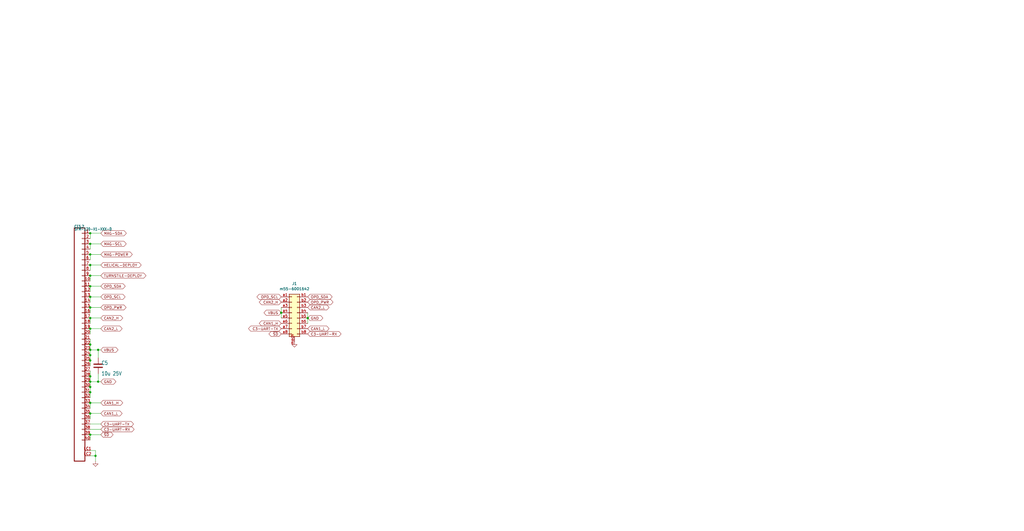
<source format=kicad_sch>
(kicad_sch (version 20211123) (generator eeschema)
  (paper "User" 490.22 254.406)
  (lib_symbols
    (symbol "Device:C" (pin_numbers hide) (pin_names (offset 0.254))
      (property "Reference" "C" (at 0.635 2.54 0))
      (property "Value" "C" (at 0.635 -2.54 0))
      (symbol "C_0_1"
        (polyline (pts (xy -2.032 -0.762) (xy 2.032 -0.762)) (stroke (width 0.508)))
        (polyline (pts (xy -2.032 0.762) (xy 2.032 0.762)) (stroke (width 0.508)))
      )
      (symbol "C_1_1"
        (pin passive line (at 0 3.81 270) (length 2.794) (name "~") (number "1"))
        (pin passive line (at 0 -3.81 90) (length 2.794) (name "~") (number "2"))
      )
    )
    (symbol "oresat-connectors:J-SAMTEC-TFM-120-01-L-D-RA" (pin_names hide)
      (property "Reference" "J" (at -2.54 53.34 0))
      (property "Value" "J-SAMTEC-TFM-120-01-L-D-RA" (at 0 -55.88 0))
      (symbol "J-SAMTEC-TFM-120-01-L-D-RA_0_1"
        (rectangle (start -2.54 50.8) (end 2.54 -60.96) (stroke (width 0.4)))
        (rectangle (start 2.413 -50.673) (end 1.143 -50.927) (stroke (width 0.1524)))
        (rectangle (start 2.413 -48.133) (end 1.143 -48.387) (stroke (width 0.1524)))
        (rectangle (start 2.413 -45.593) (end 1.143 -45.847) (stroke (width 0.1524)))
        (rectangle (start 2.413 -43.053) (end 1.143 -43.307) (stroke (width 0.1524)))
        (rectangle (start 2.413 -40.513) (end 1.143 -40.767) (stroke (width 0.1524)))
        (rectangle (start 2.413 -37.973) (end 1.143 -38.227) (stroke (width 0.1524)))
        (rectangle (start 2.413 -35.433) (end 1.143 -35.687) (stroke (width 0.1524)))
        (rectangle (start 2.413 -32.893) (end 1.143 -33.147) (stroke (width 0.1524)))
        (rectangle (start 2.413 -30.353) (end 1.143 -30.607) (stroke (width 0.1524)))
        (rectangle (start 2.413 -27.813) (end 1.143 -28.067) (stroke (width 0.1524)))
        (rectangle (start 2.413 -25.273) (end 1.143 -25.527) (stroke (width 0.1524)))
        (rectangle (start 2.413 -22.733) (end 1.143 -22.987) (stroke (width 0.1524)))
        (rectangle (start 2.413 -20.193) (end 1.143 -20.447) (stroke (width 0.1524)))
        (rectangle (start 2.413 -17.653) (end 1.143 -17.907) (stroke (width 0.1524)))
        (rectangle (start 2.413 -15.113) (end 1.143 -15.367) (stroke (width 0.1524)))
        (rectangle (start 2.413 -12.573) (end 1.143 -12.827) (stroke (width 0.1524)))
        (rectangle (start 2.413 -10.033) (end 1.143 -10.287) (stroke (width 0.1524)))
        (rectangle (start 2.413 -7.493) (end 1.143 -7.747) (stroke (width 0.1524)))
        (rectangle (start 2.413 -4.953) (end 1.143 -5.207) (stroke (width 0.1524)))
        (rectangle (start 2.413 -2.413) (end 1.143 -2.667) (stroke (width 0.1524)))
        (rectangle (start 2.413 0.127) (end 1.143 -0.127) (stroke (width 0.1524)))
        (rectangle (start 2.413 2.667) (end 1.143 2.413) (stroke (width 0.1524)))
        (rectangle (start 2.413 5.207) (end 1.143 4.953) (stroke (width 0.1524)))
        (rectangle (start 2.413 7.747) (end 1.143 7.493) (stroke (width 0.1524)))
        (rectangle (start 2.413 10.287) (end 1.143 10.033) (stroke (width 0.1524)))
        (rectangle (start 2.413 12.827) (end 1.143 12.573) (stroke (width 0.1524)))
        (rectangle (start 2.413 15.367) (end 1.143 15.113) (stroke (width 0.1524)))
        (rectangle (start 2.413 17.907) (end 1.143 17.653) (stroke (width 0.1524)))
        (rectangle (start 2.413 20.447) (end 1.143 20.193) (stroke (width 0.1524)))
        (rectangle (start 2.413 22.987) (end 1.143 22.733) (stroke (width 0.1524)))
        (rectangle (start 2.413 25.527) (end 1.143 25.273) (stroke (width 0.1524)))
        (rectangle (start 2.413 28.067) (end 1.143 27.813) (stroke (width 0.1524)))
        (rectangle (start 2.413 30.607) (end 1.143 30.353) (stroke (width 0.1524)))
        (rectangle (start 2.413 33.147) (end 1.143 32.893) (stroke (width 0.1524)))
        (rectangle (start 2.413 35.687) (end 1.143 35.433) (stroke (width 0.1524)))
        (rectangle (start 2.413 38.227) (end 1.143 37.973) (stroke (width 0.1524)))
        (rectangle (start 2.413 40.767) (end 1.143 40.513) (stroke (width 0.1524)))
        (rectangle (start 2.413 43.307) (end 1.143 43.053) (stroke (width 0.1524)))
        (rectangle (start 2.413 45.847) (end 1.143 45.593) (stroke (width 0.1524)))
        (rectangle (start 2.413 48.387) (end 1.143 48.133) (stroke (width 0.1524)))
      )
      (symbol "J-SAMTEC-TFM-120-01-L-D-RA_1_1"
        (pin passive line (at 5.08 48.26 180) (length 2.54) (name "") (number "1"))
        (pin passive line (at 5.08 25.4 180) (length 2.54) (name "") (number "10"))
        (pin passive line (at 5.08 22.86 180) (length 2.54) (name "") (number "11"))
        (pin passive line (at 5.08 20.32 180) (length 2.54) (name "") (number "12"))
        (pin passive line (at 5.08 17.78 180) (length 2.54) (name "") (number "13"))
        (pin passive line (at 5.08 15.24 180) (length 2.54) (name "") (number "14"))
        (pin passive line (at 5.08 12.7 180) (length 2.54) (name "") (number "15"))
        (pin passive line (at 5.08 10.16 180) (length 2.54) (name "") (number "16"))
        (pin passive line (at 5.08 7.62 180) (length 2.54) (name "") (number "17"))
        (pin passive line (at 5.08 5.08 180) (length 2.54) (name "") (number "18"))
        (pin passive line (at 5.08 2.54 180) (length 2.54) (name "") (number "19"))
        (pin passive line (at 5.08 45.72 180) (length 2.54) (name "") (number "2"))
        (pin passive line (at 5.08 0 180) (length 2.54) (name "") (number "20"))
        (pin passive line (at 5.08 -2.54 180) (length 2.54) (name "") (number "21"))
        (pin passive line (at 5.08 -5.08 180) (length 2.54) (name "") (number "22"))
        (pin passive line (at 5.08 -7.62 180) (length 2.54) (name "") (number "23"))
        (pin passive line (at 5.08 -10.16 180) (length 2.54) (name "") (number "24"))
        (pin passive line (at 5.08 -12.7 180) (length 2.54) (name "") (number "25"))
        (pin passive line (at 5.08 -15.24 180) (length 2.54) (name "") (number "26"))
        (pin passive line (at 5.08 -17.78 180) (length 2.54) (name "") (number "27"))
        (pin passive line (at 5.08 -20.32 180) (length 2.54) (name "") (number "28"))
        (pin passive line (at 5.08 -22.86 180) (length 2.54) (name "") (number "29"))
        (pin passive line (at 5.08 43.18 180) (length 2.54) (name "") (number "3"))
        (pin passive line (at 5.08 -25.4 180) (length 2.54) (name "") (number "30"))
        (pin passive line (at 5.08 -27.94 180) (length 2.54) (name "") (number "31"))
        (pin passive line (at 5.08 -30.48 180) (length 2.54) (name "") (number "32"))
        (pin passive line (at 5.08 -33.02 180) (length 2.54) (name "") (number "33"))
        (pin passive line (at 5.08 -35.56 180) (length 2.54) (name "") (number "34"))
        (pin passive line (at 5.08 -38.1 180) (length 2.54) (name "") (number "35"))
        (pin passive line (at 5.08 -40.64 180) (length 2.54) (name "") (number "36"))
        (pin passive line (at 5.08 -43.18 180) (length 2.54) (name "") (number "37"))
        (pin passive line (at 5.08 -45.72 180) (length 2.54) (name "") (number "38"))
        (pin passive line (at 5.08 -48.26 180) (length 2.54) (name "") (number "39"))
        (pin passive line (at 5.08 40.64 180) (length 2.54) (name "") (number "4"))
        (pin passive line (at 5.08 -50.8 180) (length 2.54) (name "") (number "40"))
        (pin passive line (at 5.08 38.1 180) (length 2.54) (name "") (number "5"))
        (pin passive line (at 5.08 35.56 180) (length 2.54) (name "") (number "6"))
        (pin passive line (at 5.08 33.02 180) (length 2.54) (name "") (number "7"))
        (pin passive line (at 5.08 30.48 180) (length 2.54) (name "") (number "8"))
        (pin passive line (at 5.08 27.94 180) (length 2.54) (name "") (number "9"))
        (pin passive line (at 5.08 -55.88 180) (length 2.54) (name "") (number "LC1"))
        (pin passive line (at 5.08 -58.42 180) (length 2.54) (name "") (number "LC2"))
      )
    )
    (symbol "oresat-connectors:m55-6001642" (pin_names hide)
      (property "Reference" "J" (at 0 0 0))
      (property "Value" "m55-6001642" (at 0 0 0))
      (symbol "m55-6001642_1_1"
        (rectangle (start -2.54 -20.193) (end -1.27 -20.447) (stroke (width 0.1524)))
        (rectangle (start -2.54 -17.653) (end -1.27 -17.907) (stroke (width 0.1524)))
        (rectangle (start -2.54 -15.113) (end -1.27 -15.367) (stroke (width 0.1524)))
        (rectangle (start -2.54 -12.573) (end -1.27 -12.827) (stroke (width 0.1524)))
        (rectangle (start -2.54 -10.033) (end -1.27 -10.287) (stroke (width 0.1524)))
        (rectangle (start -2.54 -7.493) (end -1.27 -7.747) (stroke (width 0.1524)))
        (rectangle (start -2.54 -4.953) (end -1.27 -5.207) (stroke (width 0.1524)))
        (rectangle (start -2.54 -2.413) (end -1.27 -2.667) (stroke (width 0.1524)))
        (rectangle (start -2.54 -1.27) (end 2.54 -21.59) (stroke (width 0.254)) (fill (type background)))
        (rectangle (start 2.54 -20.193) (end 1.27 -20.447) (stroke (width 0.1524)))
        (rectangle (start 2.54 -17.653) (end 1.27 -17.907) (stroke (width 0.1524)))
        (rectangle (start 2.54 -15.113) (end 1.27 -15.367) (stroke (width 0.1524)))
        (rectangle (start 2.54 -12.573) (end 1.27 -12.827) (stroke (width 0.1524)))
        (rectangle (start 2.54 -10.033) (end 1.27 -10.287) (stroke (width 0.1524)))
        (rectangle (start 2.54 -7.493) (end 1.27 -7.747) (stroke (width 0.1524)))
        (rectangle (start 2.54 -4.953) (end 1.27 -5.207) (stroke (width 0.1524)))
        (rectangle (start 2.54 -2.413) (end 1.27 -2.667) (stroke (width 0.1524)))
        (pin passive line (at -6.35 -2.54 0) (length 3.81) (name "Pin_a1") (number "a1"))
        (pin passive line (at -6.35 -5.08 0) (length 3.81) (name "Pin_a2") (number "a2"))
        (pin passive line (at -6.35 -7.62 0) (length 3.81) (name "Pin_a3") (number "a3"))
        (pin passive line (at -6.35 -10.16 0) (length 3.81) (name "Pin_a4") (number "a4"))
        (pin passive line (at -6.35 -12.7 0) (length 3.81) (name "Pin_a5") (number "a5"))
        (pin passive line (at -6.35 -15.24 0) (length 3.81) (name "Pin_a6") (number "a6"))
        (pin passive line (at -6.35 -17.78 0) (length 3.81) (name "Pin_a7") (number "a7"))
        (pin passive line (at -6.35 -20.32 0) (length 3.81) (name "Pin_a8") (number "a8"))
        (pin passive line (at 6.35 -2.54 180) (length 3.81) (name "Pin_b1") (number "b1"))
        (pin passive line (at 6.35 -5.08 180) (length 3.81) (name "Pin_b2") (number "b2"))
        (pin passive line (at 6.35 -7.62 180) (length 3.81) (name "Pin_b3") (number "b3"))
        (pin passive line (at 6.35 -10.16 180) (length 3.81) (name "Pin_b4") (number "b4"))
        (pin passive line (at 6.35 -12.7 180) (length 3.81) (name "Pin_b5") (number "b5"))
        (pin passive line (at 6.35 -15.24 180) (length 3.81) (name "Pin_b6") (number "b6"))
        (pin passive line (at 6.35 -17.78 180) (length 3.81) (name "Pin_b7") (number "b7"))
        (pin passive line (at 6.35 -20.32 180) (length 3.81) (name "Pin_b8") (number "b8"))
        (pin passive line (at 0 -24.13 90) (length 2.54) (name "") (number "mech"))
      )
    )
    (symbol "power:GND" (power) (pin_names (offset 0))
      (property "Value" "GND" (at 0 -3.81 0))
      (symbol "GND_0_1"
        (polyline (pts (xy 0 0) (xy 0 -1.27) (xy 1.27 -1.27) (xy 0 -2.54) (xy -1.27 -1.27) (xy 0 -1.27)))
      )
      (symbol "GND_1_1"
        (pin power_in line (at 0 0 270) (length 0) hide (name "GND") (number "1"))
      )
    )
  )
  (junction (at 43.18 208.28))
  (junction (at 43.18 182.88))
  (junction (at 43.18 147.32))
  (junction (at 43.18 185.42))
  (junction (at 43.18 111.76))
  (junction (at 43.18 193.04))
  (junction (at 43.18 121.92))
  (junction (at 43.18 170.18))
  (junction (at 43.18 142.24))
  (junction (at 43.18 127))
  (junction (at 147.32 152.4))
  (junction (at 43.18 198.12))
  (junction (at 43.18 167.64))
  (junction (at 46.99 182.88))
  (junction (at 45.72 218.44))
  (junction (at 43.18 172.72))
  (junction (at 43.18 137.16))
  (junction (at 134.62 149.86))
  (junction (at 46.99 167.64))
  (junction (at 43.18 132.08))
  (junction (at 43.18 165.1))
  (junction (at 43.18 157.48))
  (junction (at 43.18 152.4))
  (junction (at 43.18 116.84))
  (junction (at 43.18 187.96))
  (junction (at 43.18 180.34))
  (wire (pts (xy 43.18 205.74) (xy 48.26 205.74)))
  (wire (pts (xy 43.18 142.24) (xy 43.18 144.78)))
  (wire (pts (xy 43.18 132.08) (xy 43.18 134.62)))
  (wire (pts (xy 43.18 116.84) (xy 48.26 116.84)))
  (wire (pts (xy 43.18 198.12) (xy 43.18 200.66)))
  (wire (pts (xy 46.99 179.07) (xy 46.99 182.88)))
  (wire (pts (xy 43.18 180.34) (xy 43.18 182.88)))
  (wire (pts (xy 43.18 177.8) (xy 43.18 180.34)))
  (wire (pts (xy 48.26 142.24) (xy 43.18 142.24)))
  (wire (pts (xy 43.18 165.1) (xy 43.18 167.64)))
  (wire (pts (xy 43.18 182.88) (xy 43.18 185.42)))
  (wire (pts (xy 43.18 167.64) (xy 43.18 170.18)))
  (wire (pts (xy 134.62 149.86) (xy 134.62 152.4)))
  (wire (pts (xy 43.18 116.84) (xy 43.18 119.38)))
  (wire (pts (xy 43.18 208.28) (xy 43.18 210.82)))
  (wire (pts (xy 147.32 149.86) (xy 147.32 152.4)))
  (wire (pts (xy 43.18 127) (xy 48.26 127)))
  (wire (pts (xy 43.18 172.72) (xy 43.18 175.26)))
  (wire (pts (xy 147.32 152.4) (xy 147.32 154.94)))
  (wire (pts (xy 43.18 187.96) (xy 43.18 190.5)))
  (wire (pts (xy 43.18 185.42) (xy 43.18 187.96)))
  (wire (pts (xy 43.18 215.9) (xy 45.72 215.9)))
  (wire (pts (xy 48.26 132.08) (xy 43.18 132.08)))
  (wire (pts (xy 48.26 147.32) (xy 43.18 147.32)))
  (wire (pts (xy 43.18 162.56) (xy 43.18 165.1)))
  (wire (pts (xy 43.18 121.92) (xy 48.26 121.92)))
  (wire (pts (xy 48.26 193.04) (xy 43.18 193.04)))
  (wire (pts (xy 43.18 170.18) (xy 43.18 172.72)))
  (wire (pts (xy 46.99 182.88) (xy 43.18 182.88)))
  (wire (pts (xy 48.26 208.28) (xy 43.18 208.28)))
  (wire (pts (xy 48.26 157.48) (xy 43.18 157.48)))
  (wire (pts (xy 43.18 152.4) (xy 48.26 152.4)))
  (wire (pts (xy 48.26 137.16) (xy 43.18 137.16)))
  (wire (pts (xy 43.18 157.48) (xy 43.18 160.02)))
  (wire (pts (xy 46.99 167.64) (xy 46.99 171.45)))
  (wire (pts (xy 43.18 111.76) (xy 48.26 111.76)))
  (wire (pts (xy 45.72 218.44) (xy 45.72 220.98)))
  (wire (pts (xy 43.18 137.16) (xy 43.18 139.7)))
  (wire (pts (xy 43.18 152.4) (xy 43.18 154.94)))
  (wire (pts (xy 45.72 215.9) (xy 45.72 218.44)))
  (wire (pts (xy 43.18 218.44) (xy 45.72 218.44)))
  (wire (pts (xy 48.26 198.12) (xy 43.18 198.12)))
  (wire (pts (xy 43.18 147.32) (xy 43.18 149.86)))
  (wire (pts (xy 46.99 167.64) (xy 43.18 167.64)))
  (wire (pts (xy 43.18 121.92) (xy 43.18 124.46)))
  (wire (pts (xy 48.26 182.88) (xy 46.99 182.88)))
  (wire (pts (xy 134.62 147.32) (xy 134.62 149.86)))
  (wire (pts (xy 48.26 167.64) (xy 46.99 167.64)))
  (wire (pts (xy 43.18 111.76) (xy 43.18 114.3)))
  (wire (pts (xy 43.18 193.04) (xy 43.18 195.58)))
  (wire (pts (xy 43.18 127) (xy 43.18 129.54)))
  (wire (pts (xy 48.26 203.2) (xy 43.18 203.2)))
  (global_label "CAN1_L" (shape bidirectional) (at 147.32 157.48 0) (effects (font (size 1.2446 1.2446))) (property "Intersheet References" "${INTERSHEET_REFS}" (effects hide)))
  (global_label "OPD_PWR" (shape bidirectional) (at 48.26 147.32 0) (effects (font (size 1.2446 1.2446))) (property "Intersheet References" "${INTERSHEET_REFS}" (effects hide)))
  (global_label "MAG-POWER" (shape bidirectional) (at 48.26 121.92 0) (effects (font (size 1.2446 1.2446))) (property "Intersheet References" "${INTERSHEET_REFS}" (effects hide)))
  (global_label "C3-UART-TX" (shape bidirectional) (at 48.26 203.2 0) (effects (font (size 1.2446 1.2446))) (property "Intersheet References" "${INTERSHEET_REFS}" (effects hide)))
  (global_label "C3-UART-RX" (shape bidirectional) (at 48.26 205.74 0) (effects (font (size 1.2446 1.2446))) (property "Intersheet References" "${INTERSHEET_REFS}" (effects hide)))
  (global_label "C3-UART-RX" (shape bidirectional) (at 147.32 160.02 0) (effects (font (size 1.2446 1.2446))) (property "Intersheet References" "${INTERSHEET_REFS}" (effects hide)))
  (global_label "OPD_SCL" (shape bidirectional) (at 134.62 142.24 180) (effects (font (size 1.2446 1.2446))) (property "Intersheet References" "${INTERSHEET_REFS}" (effects hide)))
  (global_label "GND" (shape bidirectional) (at 147.32 152.4 0) (effects (font (size 1.2446 1.2446))) (property "Intersheet References" "${INTERSHEET_REFS}" (effects hide)))
  (global_label "C3-UART-TX" (shape bidirectional) (at 134.62 157.48 180) (effects (font (size 1.2446 1.2446))) (property "Intersheet References" "${INTERSHEET_REFS}" (effects hide)))
  (global_label "VBUS" (shape bidirectional) (at 48.26 167.64 0) (effects (font (size 1.2446 1.2446))) (property "Intersheet References" "${INTERSHEET_REFS}" (effects hide)))
  (global_label "VBUS" (shape bidirectional) (at 134.62 149.86 180) (effects (font (size 1.2446 1.2446))) (property "Intersheet References" "${INTERSHEET_REFS}" (effects hide)))
  (global_label "CAN1_L" (shape bidirectional) (at 48.26 198.12 0) (effects (font (size 1.2446 1.2446))) (property "Intersheet References" "${INTERSHEET_REFS}" (effects hide)))
  (global_label "CAN2_H" (shape bidirectional) (at 134.62 144.78 180) (effects (font (size 1.2446 1.2446))) (property "Intersheet References" "${INTERSHEET_REFS}" (effects hide)))
  (global_label "~{SD}" (shape bidirectional) (at 134.62 160.02 180) (effects (font (size 1.2446 1.2446))) (property "Intersheet References" "${INTERSHEET_REFS}" (effects hide)))
  (global_label "OPD_SDA" (shape bidirectional) (at 48.26 137.16 0) (effects (font (size 1.2446 1.2446))) (property "Intersheet References" "${INTERSHEET_REFS}" (effects hide)))
  (global_label "OPD_SDA" (shape bidirectional) (at 147.32 142.24 0) (effects (font (size 1.2446 1.2446))) (property "Intersheet References" "${INTERSHEET_REFS}" (effects hide)))
  (global_label "CAN2_H" (shape bidirectional) (at 48.26 152.4 0) (effects (font (size 1.2446 1.2446))) (property "Intersheet References" "${INTERSHEET_REFS}" (effects hide)))
  (global_label "MAG-SDA" (shape bidirectional) (at 48.26 111.76 0) (effects (font (size 1.2446 1.2446))) (property "Intersheet References" "${INTERSHEET_REFS}" (effects hide)))
  (global_label "TURNSTILE-DEPLOY" (shape bidirectional) (at 48.26 132.08 0) (effects (font (size 1.2446 1.2446))) (property "Intersheet References" "${INTERSHEET_REFS}" (effects hide)))
  (global_label "OPD_PWR" (shape bidirectional) (at 147.32 144.78 0) (effects (font (size 1.2446 1.2446))) (property "Intersheet References" "${INTERSHEET_REFS}" (effects hide)))
  (global_label "CAN2_L" (shape bidirectional) (at 147.32 147.32 0) (effects (font (size 1.2446 1.2446))) (property "Intersheet References" "${INTERSHEET_REFS}" (effects hide)))
  (global_label "HELICAL-DEPLOY" (shape bidirectional) (at 48.26 127 0) (effects (font (size 1.2446 1.2446))) (property "Intersheet References" "${INTERSHEET_REFS}" (effects hide)))
  (global_label "MAG-SCL" (shape bidirectional) (at 48.26 116.84 0) (effects (font (size 1.2446 1.2446))) (property "Intersheet References" "${INTERSHEET_REFS}" (effects hide)))
  (global_label "~{SD}" (shape bidirectional) (at 48.26 208.28 0) (effects (font (size 1.2446 1.2446))) (property "Intersheet References" "${INTERSHEET_REFS}" (effects hide)))
  (global_label "CAN2_L" (shape bidirectional) (at 48.26 157.48 0) (effects (font (size 1.2446 1.2446))) (property "Intersheet References" "${INTERSHEET_REFS}" (effects hide)))
  (global_label "CAN1_H" (shape bidirectional) (at 134.62 154.94 180) (effects (font (size 1.2446 1.2446))) (property "Intersheet References" "${INTERSHEET_REFS}" (effects hide)))
  (global_label "CAN1_H" (shape bidirectional) (at 48.26 193.04 0) (effects (font (size 1.2446 1.2446))) (property "Intersheet References" "${INTERSHEET_REFS}" (effects hide)))
  (global_label "GND" (shape bidirectional) (at 48.26 182.88 0) (effects (font (size 1.2446 1.2446))) (property "Intersheet References" "${INTERSHEET_REFS}" (effects hide)))
  (global_label "OPD_SCL" (shape bidirectional) (at 48.26 142.24 0) (effects (font (size 1.2446 1.2446))) (property "Intersheet References" "${INTERSHEET_REFS}" (effects hide)))
  (symbol (lib_id "power:GND") (at 140.97 163.83 0) (unit 1)
    (property "Reference" "#GND0120" (effects hide))
    (property "Value" "GND" (effects hide))
    (property "Footprint" "oresat-backplane-2u:" (effects hide))
  )
  (symbol (lib_id "oresat-connectors:m55-6001642") (at 140.97 139.7 0) (unit 1)
    (property "Reference" "J1" (at 140.97 135.89 0))
    (property "Value" "m55-6001642" (at 140.97 138.43 0))
    (property "Footprint" "oresat-connectors:m55-6001642" (effects hide))
  )
  (symbol (lib_id "power:GND") (at 45.72 220.98 0) (unit 1)
    (property "Reference" "#GND091" (effects hide))
    (property "Value" "GND" (effects hide))
    (property "Footprint" "oresat-backplane-2u:" (effects hide))
  )
  (symbol (lib_id "oresat-connectors:J-SAMTEC-TFM-120-01-L-D-RA") (at 38.1 160.02 0) (unit 1)
    (property "Reference" "CF5.2" (at 35.56 109.22 0) (effects (font (size 1.27 1.0795)) (justify left bottom)))
    (property "Value" "SFM-120-X1-XXX-D" (at 35.56 110.49 0) (effects (font (size 1.27 1.0795)) (justify left bottom)))
    (property "Footprint" "oresat-connectors:J-SAMTEC-SFM-120-X1-XXX-D" (effects hide))
  )
  (symbol (lib_id "Device:C") (at 46.99 175.26 0) (unit 1)
    (property "Reference" "C5" (at 48.514 174.879 0) (effects (font (size 1.778 1.5113)) (justify left bottom)))
    (property "Value" "10u 25V" (at 48.514 179.959 0) (effects (font (size 1.778 1.5113)) (justify left bottom)))
    (property "Footprint" "Capacitor_SMD:C_1206_3216Metric" (effects hide))
  )
)
</source>
